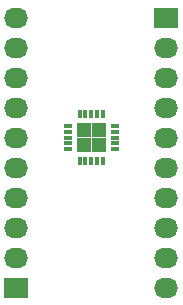
<source format=gbr>
G04 #@! TF.FileFunction,Soldermask,Top*
%FSLAX46Y46*%
G04 Gerber Fmt 4.6, Leading zero omitted, Abs format (unit mm)*
G04 Created by KiCad (PCBNEW 0.201505300414+5690~23~ubuntu14.04.1-product) date Sat 27 Jun 2015 05:42:46 PM PDT*
%MOMM*%
G01*
G04 APERTURE LIST*
%ADD10C,0.100000*%
%ADD11R,0.730000X0.300000*%
%ADD12R,0.300000X0.730000*%
%ADD13R,1.250000X1.250000*%
%ADD14R,2.032000X1.727200*%
%ADD15O,2.032000X1.727200*%
G04 APERTURE END LIST*
D10*
D11*
X140275000Y-104410000D03*
X140275000Y-104910000D03*
X140275000Y-105410000D03*
X140275000Y-105910000D03*
X140275000Y-106410000D03*
D12*
X141240000Y-107375000D03*
X141740000Y-107375000D03*
X142240000Y-107375000D03*
X142740000Y-107375000D03*
X143240000Y-107375000D03*
D11*
X144205000Y-106410000D03*
X144205000Y-105910000D03*
X144205000Y-105410000D03*
X144205000Y-104910000D03*
X144205000Y-104410000D03*
D12*
X143240000Y-103445000D03*
X142740000Y-103445000D03*
X142240000Y-103445000D03*
X141740000Y-103445000D03*
X141240000Y-103445000D03*
D13*
X142865000Y-106035000D03*
X142865000Y-104785000D03*
X141615000Y-106035000D03*
X141615000Y-104785000D03*
D14*
X135890000Y-118110000D03*
D15*
X135890000Y-115570000D03*
X135890000Y-113030000D03*
X135890000Y-110490000D03*
X135890000Y-107950000D03*
X135890000Y-105410000D03*
X135890000Y-102870000D03*
X135890000Y-100330000D03*
X135890000Y-97790000D03*
X135890000Y-95250000D03*
D14*
X148590000Y-95250000D03*
D15*
X148590000Y-97790000D03*
X148590000Y-100330000D03*
X148590000Y-102870000D03*
X148590000Y-105410000D03*
X148590000Y-107950000D03*
X148590000Y-110490000D03*
X148590000Y-113030000D03*
X148590000Y-115570000D03*
X148590000Y-118110000D03*
M02*

</source>
